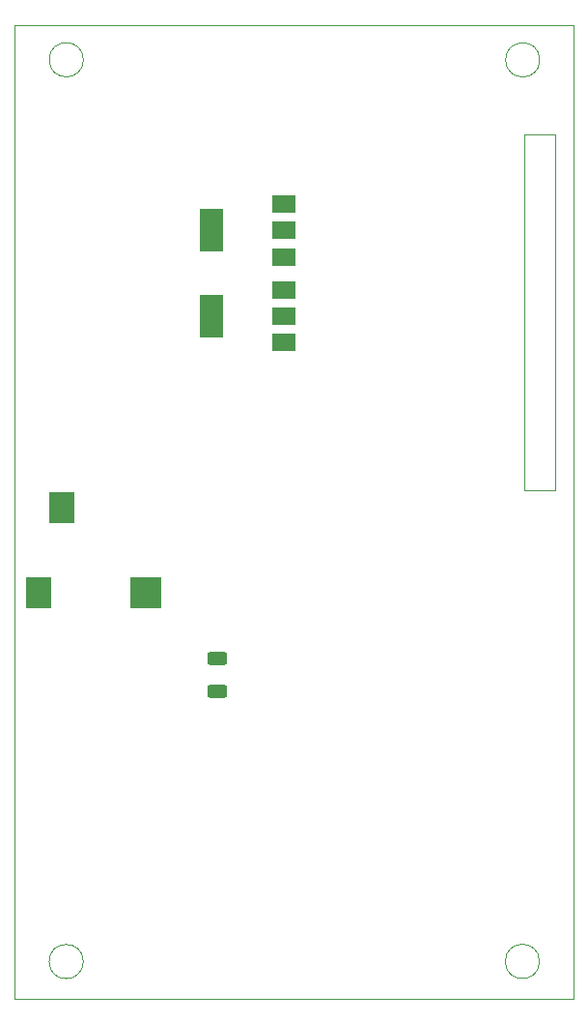
<source format=gbr>
%TF.GenerationSoftware,KiCad,Pcbnew,7.0.1*%
%TF.CreationDate,2023-11-03T16:30:39+00:00*%
%TF.ProjectId,SI4735,53493437-3335-42e6-9b69-6361645f7063,rev?*%
%TF.SameCoordinates,Original*%
%TF.FileFunction,Paste,Top*%
%TF.FilePolarity,Positive*%
%FSLAX45Y45*%
G04 Gerber Fmt 4.5, Leading zero omitted, Abs format (unit mm)*
G04 Created by KiCad (PCBNEW 7.0.1) date 2023-11-03 16:30:39*
%MOMM*%
%LPD*%
G01*
G04 APERTURE LIST*
G04 Aperture macros list*
%AMRoundRect*
0 Rectangle with rounded corners*
0 $1 Rounding radius*
0 $2 $3 $4 $5 $6 $7 $8 $9 X,Y pos of 4 corners*
0 Add a 4 corners polygon primitive as box body*
4,1,4,$2,$3,$4,$5,$6,$7,$8,$9,$2,$3,0*
0 Add four circle primitives for the rounded corners*
1,1,$1+$1,$2,$3*
1,1,$1+$1,$4,$5*
1,1,$1+$1,$6,$7*
1,1,$1+$1,$8,$9*
0 Add four rect primitives between the rounded corners*
20,1,$1+$1,$2,$3,$4,$5,0*
20,1,$1+$1,$4,$5,$6,$7,0*
20,1,$1+$1,$6,$7,$8,$9,0*
20,1,$1+$1,$8,$9,$2,$3,0*%
G04 Aperture macros list end*
%ADD10R,2.200000X2.800000*%
%ADD11R,2.800000X2.800000*%
%ADD12R,2.000000X1.500000*%
%ADD13R,2.000000X3.800000*%
%ADD14RoundRect,0.250000X-0.625000X0.312500X-0.625000X-0.312500X0.625000X-0.312500X0.625000X0.312500X0*%
%TA.AperFunction,Profile*%
%ADD15C,0.050000*%
%TD*%
%TA.AperFunction,Profile*%
%ADD16C,0.100000*%
%TD*%
G04 APERTURE END LIST*
D10*
%TO.C,J10*%
X12910000Y-12067500D03*
X12710000Y-12807500D03*
D11*
X13650000Y-12807500D03*
%TD*%
D12*
%TO.C,U1*%
X14857500Y-10620000D03*
X14857500Y-10390000D03*
D13*
X14227500Y-10390000D03*
D12*
X14857500Y-10160000D03*
%TD*%
D14*
%TO.C,R14*%
X14273580Y-13380580D03*
X14273580Y-13673080D03*
%TD*%
D12*
%TO.C,U2*%
X14857500Y-9867500D03*
X14857500Y-9637500D03*
D13*
X14227500Y-9637500D03*
D12*
X14857500Y-9407500D03*
%TD*%
D15*
X17104000Y-8143000D02*
G75*
G03*
X17104000Y-8143000I-150000J0D01*
G01*
X13102000Y-8142000D02*
G75*
G03*
X13102000Y-8142000I-150000J0D01*
G01*
X13101000Y-16038000D02*
G75*
G03*
X13101000Y-16038000I-150000J0D01*
G01*
X16965500Y-8793000D02*
X17237000Y-8793000D01*
X17237000Y-11913000D01*
X16965500Y-11913000D01*
X16965500Y-8793000D01*
X17101000Y-16037000D02*
G75*
G03*
X17101000Y-16037000I-150000J0D01*
G01*
X12496500Y-7836500D02*
X17404000Y-7836500D01*
X17404000Y-16369000D01*
X12496500Y-16369000D01*
X12496500Y-7836500D01*
D16*
%TO.C,J3*%
X12499000Y-8804000D02*
X12499000Y-9664000D01*
%TO.C,J5*%
X12498500Y-10481000D02*
X12498500Y-11341000D01*
%TD*%
M02*

</source>
